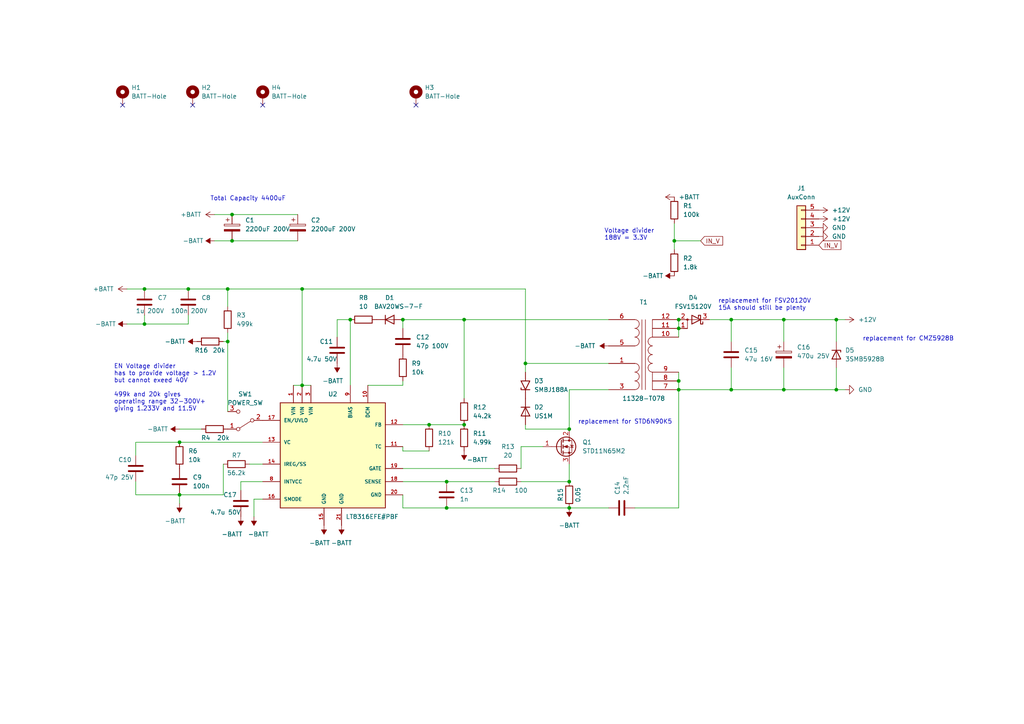
<source format=kicad_sch>
(kicad_sch (version 20230121) (generator eeschema)
  (paper "A4")
  (lib_symbols
    (symbol "Connector_Generic:Conn_01x05" (pin_names (offset 1.016) hide)
      (property "Reference" "J" (at 0 7.62 0))
      (property "Value" "Conn_01x05" (at 0 -7.62 0))
      (symbol "Conn_01x05_1_1"
        (rectangle (start -1.27 -4.953) (end 0 -5.207) (stroke (width 0.1524)))
        (rectangle (start -1.27 -2.413) (end 0 -2.667) (stroke (width 0.1524)))
        (rectangle (start -1.27 0.127) (end 0 -0.127) (stroke (width 0.1524)))
        (rectangle (start -1.27 2.667) (end 0 2.413) (stroke (width 0.1524)))
        (rectangle (start -1.27 5.207) (end 0 4.953) (stroke (width 0.1524)))
        (rectangle (start -1.27 6.35) (end 1.27 -6.35) (stroke (width 0.254)) (fill (type background)))
        (pin passive line (at -5.08 5.08 0) (length 3.81) (name "Pin_1") (number "1"))
        (pin passive line (at -5.08 2.54 0) (length 3.81) (name "Pin_2") (number "2"))
        (pin passive line (at -5.08 0 0) (length 3.81) (name "Pin_3") (number "3"))
        (pin passive line (at -5.08 -2.54 0) (length 3.81) (name "Pin_4") (number "4"))
        (pin passive line (at -5.08 -5.08 0) (length 3.81) (name "Pin_5") (number "5"))
      )
    )
    (symbol "Device:C" (pin_numbers hide) (pin_names (offset 0.254))
      (property "Reference" "C" (at 0.635 2.54 0))
      (property "Value" "C" (at 0.635 -2.54 0))
      (symbol "C_0_1"
        (polyline (pts (xy -2.032 -0.762) (xy 2.032 -0.762)) (stroke (width 0.508)))
        (polyline (pts (xy -2.032 0.762) (xy 2.032 0.762)) (stroke (width 0.508)))
      )
      (symbol "C_1_1"
        (pin passive line (at 0 3.81 270) (length 2.794) (name "~") (number "1"))
        (pin passive line (at 0 -3.81 90) (length 2.794) (name "~") (number "2"))
      )
    )
    (symbol "Device:C_Polarized" (pin_numbers hide) (pin_names (offset 0.254))
      (property "Reference" "C" (at 0.635 2.54 0))
      (property "Value" "C_Polarized" (at 0.635 -2.54 0))
      (symbol "C_Polarized_0_1"
        (rectangle (start -2.286 0.508) (end 2.286 1.016))
        (polyline (pts (xy -1.778 2.286) (xy -0.762 2.286)))
        (polyline (pts (xy -1.27 2.794) (xy -1.27 1.778)))
        (rectangle (start 2.286 -0.508) (end -2.286 -1.016) (fill (type outline)))
      )
      (symbol "C_Polarized_1_1"
        (pin passive line (at 0 3.81 270) (length 2.794) (name "~") (number "1"))
        (pin passive line (at 0 -3.81 90) (length 2.794) (name "~") (number "2"))
      )
    )
    (symbol "Device:D_Schottky_AAK" (pin_names (offset 0) hide)
      (property "Reference" "D" (at 0 2.54 0))
      (property "Value" "D_Schottky_AAK" (at 0 -2.54 0))
      (symbol "D_Schottky_AAK_0_1"
        (polyline (pts (xy 1.27 1.27) (xy 1.27 -1.27) (xy -1.27 0) (xy 1.27 1.27)) (stroke (width 0.254)))
        (polyline (pts (xy 3.81 2.54) (xy 2.54 2.54) (xy 2.54 0) (xy -1.27 0)))
        (polyline (pts (xy -1.905 0.635) (xy -1.905 1.27) (xy -1.27 1.27) (xy -1.27 -1.27) (xy -0.635 -1.27) (xy -0.635 -0.635)) (stroke (width 0.254)))
        (circle (center 2.54 0) (radius 0.254) (fill (type outline)))
      )
      (symbol "D_Schottky_AAK_1_1"
        (pin passive line (at 5.08 2.54 180) (length 2.54) (name "A") (number "1"))
        (pin passive line (at 5.08 0 180) (length 2.54) (name "A") (number "2"))
        (pin passive line (at -3.81 0 0) (length 2.54) (name "K") (number "3"))
      )
    )
    (symbol "Device:D_Zener" (pin_numbers hide) (pin_names (offset 1.016) hide)
      (property "Reference" "D" (at 0 2.54 0))
      (property "Value" "D_Zener" (at 0 -2.54 0))
      (symbol "D_Zener_0_1"
        (polyline (pts (xy 1.27 0) (xy -1.27 0)))
        (polyline (pts (xy -1.27 -1.27) (xy -1.27 1.27) (xy -0.762 1.27)) (stroke (width 0.254)))
        (polyline (pts (xy 1.27 -1.27) (xy 1.27 1.27) (xy -1.27 0) (xy 1.27 -1.27)) (stroke (width 0.254)))
      )
      (symbol "D_Zener_1_1"
        (pin passive line (at -3.81 0 0) (length 2.54) (name "K") (number "1"))
        (pin passive line (at 3.81 0 180) (length 2.54) (name "A") (number "2"))
      )
    )
    (symbol "Device:R" (pin_numbers hide) (pin_names (offset 0))
      (property "Reference" "R" (at 2.032 0 90))
      (property "Value" "R" (at 0 0 90))
      (symbol "R_0_1"
        (rectangle (start -1.016 -2.54) (end 1.016 2.54) (stroke (width 0.254)))
      )
      (symbol "R_1_1"
        (pin passive line (at 0 3.81 270) (length 1.27) (name "~") (number "1"))
        (pin passive line (at 0 -3.81 90) (length 1.27) (name "~") (number "2"))
      )
    )
    (symbol "Diode:BAV20" (pin_numbers hide) (pin_names hide)
      (property "Reference" "D" (at 0 2.54 0))
      (property "Value" "BAV20" (at 0 -2.54 0))
      (symbol "BAV20_0_1"
        (polyline (pts (xy -1.27 1.27) (xy -1.27 -1.27)) (stroke (width 0.254)))
        (polyline (pts (xy 1.27 0) (xy -1.27 0)))
        (polyline (pts (xy 1.27 1.27) (xy 1.27 -1.27) (xy -1.27 0) (xy 1.27 1.27)) (stroke (width 0.254)))
      )
      (symbol "BAV20_1_1"
        (pin passive line (at -3.81 0 0) (length 2.54) (name "K") (number "1"))
        (pin passive line (at 3.81 0 180) (length 2.54) (name "A") (number "2"))
      )
    )
    (symbol "Diode:SM6T6V8A" (pin_numbers hide) (pin_names (offset 1.016) hide)
      (property "Reference" "D" (at 0 2.54 0))
      (property "Value" "SM6T6V8A" (at 0 -2.54 0))
      (symbol "SM6T6V8A_0_1"
        (polyline (pts (xy -0.762 1.27) (xy -1.27 1.27) (xy -1.27 -1.27)) (stroke (width 0.254)))
        (polyline (pts (xy 1.27 1.27) (xy 1.27 -1.27) (xy -1.27 0) (xy 1.27 1.27)) (stroke (width 0.254)))
      )
      (symbol "SM6T6V8A_1_1"
        (pin passive line (at -3.81 0 0) (length 2.54) (name "A1") (number "1"))
        (pin passive line (at 3.81 0 180) (length 2.54) (name "A2") (number "2"))
      )
    )
    (symbol "Diode:US1M" (pin_numbers hide) (pin_names hide)
      (property "Reference" "D" (at 0 2.54 0))
      (property "Value" "US1M" (at 0 -2.54 0))
      (symbol "US1M_0_1"
        (polyline (pts (xy -1.27 1.27) (xy -1.27 -1.27)) (stroke (width 0.254)))
        (polyline (pts (xy 1.27 0) (xy -1.27 0)))
        (polyline (pts (xy 1.27 1.27) (xy 1.27 -1.27) (xy -1.27 0) (xy 1.27 1.27)) (stroke (width 0.254)))
      )
      (symbol "US1M_1_1"
        (pin passive line (at -3.81 0 0) (length 2.54) (name "K") (number "1"))
        (pin passive line (at 3.81 0 180) (length 2.54) (name "A") (number "2"))
      )
    )
    (symbol "GigaESCSymbols:LT8316EFE#PBF" (pin_names (offset 1.016))
      (property "Reference" "U" (at -15.24 16.002 0))
      (property "Value" "LT8316EFE#PBF" (at 8.89 -19.05 0))
      (symbol "LT8316EFE#PBF_0_0"
        (rectangle (start -15.24 -15.24) (end 15.24 15.24) (stroke (width 0.254)) (fill (type background)))
        (pin input line (at -11.43 20.32 270) (length 5.08) (name "VIN") (number "1"))
        (pin input line (at 10.16 20.32 270) (length 5.08) (name "DCM") (number "10"))
        (pin passive line (at 20.32 2.54 180) (length 5.08) (name "TC") (number "11"))
        (pin input line (at 20.32 8.89 180) (length 5.08) (name "FB") (number "12"))
        (pin passive line (at -20.32 3.81 0) (length 5.08) (name "VC") (number "13"))
        (pin bidirectional line (at -20.32 -2.54 0) (length 5.08) (name "IREG/SS") (number "14"))
        (pin power_in line (at -2.54 -20.32 90) (length 5.08) (name "GND") (number "15"))
        (pin input line (at -20.32 -12.7 0) (length 5.08) (name "SMODE") (number "16"))
        (pin input line (at -20.32 10.16 0) (length 5.08) (name "EN/UVLO") (number "17"))
        (pin input line (at 20.32 -7.62 180) (length 5.08) (name "SENSE") (number "18"))
        (pin output line (at 20.32 -3.81 180) (length 5.08) (name "GATE") (number "19"))
        (pin input line (at -8.89 20.32 270) (length 5.08) (name "VIN") (number "2"))
        (pin power_in line (at 20.32 -11.43 180) (length 5.08) (name "GND") (number "20"))
        (pin power_in line (at 2.54 -20.32 90) (length 5.08) (name "GND") (number "21"))
        (pin input line (at -6.35 20.32 270) (length 5.08) (name "VIN") (number "3"))
        (pin output line (at -20.32 -7.62 0) (length 5.08) (name "INTVCC") (number "8"))
        (pin input line (at 5.08 20.32 270) (length 5.08) (name "BIAS") (number "9"))
      )
    )
    (symbol "GigaESCSymbols:Transformer_11328-T078" (pin_names (offset 1.016) hide)
      (property "Reference" "T" (at 0 12.7 0))
      (property "Value" "Transformer_11328-T078" (at 0 -13.97 0))
      (symbol "Transformer_11328-T078_0_1"
        (arc (start -2.54 -10.1346) (mid -1.6599 -9.7701) (end -1.2954 -8.89))
        (arc (start -2.54 -7.5946) (mid -1.6599 -7.2301) (end -1.2954 -6.35))
        (arc (start -2.54 -5.0546) (mid -1.6599 -4.6901) (end -1.2954 -3.81))
        (arc (start -2.54 2.5654) (mid -1.6599 2.9299) (end -1.2954 3.81))
        (arc (start -2.54 5.1054) (mid -1.6599 5.4699) (end -1.2954 6.35))
        (arc (start -2.54 7.6454) (mid -1.6599 8.0099) (end -1.2954 8.89))
        (arc (start -1.2954 -8.89) (mid -1.6457 -7.9883) (end -2.54 -7.62))
        (arc (start -1.2954 -6.35) (mid -1.6457 -5.4483) (end -2.54 -5.08))
        (arc (start -1.2954 -3.81) (mid -1.6457 -2.9083) (end -2.54 -2.54))
        (arc (start -1.2954 3.81) (mid -1.6457 4.7117) (end -2.54 5.08))
        (arc (start -1.2954 6.35) (mid -1.6457 7.2517) (end -2.54 7.62))
        (arc (start -1.2954 8.89) (mid -1.6457 9.7917) (end -2.54 10.16))
        (polyline (pts (xy -0.508 -10.16) (xy -0.508 10.16)))
        (polyline (pts (xy 0.508 10.16) (xy 0.508 -10.16)))
        (polyline (pts (xy 2.54 -5.08) (xy 2.54 -10.16)))
        (polyline (pts (xy 2.54 5.08) (xy 2.54 10.16)))
        (arc (start 1.2699 -3.8099) (mid 1.6559 -4.6863) (end 2.5399 -5.0545))
        (arc (start 1.2699 -1.2699) (mid 1.6559 -2.1463) (end 2.5399 -2.5145))
        (arc (start 1.2699 1.2701) (mid 1.6559 0.3937) (end 2.5399 0.0255))
        (arc (start 1.2699 3.8101) (mid 1.6559 2.9337) (end 2.5399 2.5655))
        (arc (start 2.5399 -2.5399) (mid 1.6419 -2.9119) (end 1.2699 -3.8099))
        (arc (start 2.5399 0.0001) (mid 1.6419 -0.3719) (end 1.2699 -1.2699))
        (arc (start 2.5399 2.5401) (mid 1.6419 2.1681) (end 1.2699 1.2701))
        (arc (start 2.5399 5.0801) (mid 1.6419 4.7081) (end 1.2699 3.8101))
      )
      (symbol "Transformer_11328-T078_1_1"
        (pin passive line (at -10.16 -2.54 0) (length 7.62) (name "IN+") (number "1"))
        (pin passive line (at 10.16 5.08 180) (length 7.62) (name "PM") (number "10"))
        (pin passive line (at 10.16 7.62 180) (length 7.62) (name "PM") (number "11"))
        (pin passive line (at 10.16 10.16 180) (length 7.62) (name "PM") (number "12"))
        (pin passive line (at -10.16 -10.16 0) (length 7.62) (name "IN-") (number "3"))
        (pin passive line (at -10.16 2.54 0) (length 7.62) (name "OUT1B") (number "5"))
        (pin passive line (at -10.16 10.16 0) (length 7.62) (name "OUT2A") (number "6"))
        (pin passive line (at 10.16 -10.16 180) (length 7.62) (name "OUT2B") (number "7"))
        (pin passive line (at 10.16 -7.62 180) (length 7.62) (name "PM") (number "8"))
        (pin passive line (at 10.16 -5.08 180) (length 7.62) (name "PM") (number "9"))
      )
    )
    (symbol "Mechanical:MountingHole_Pad" (pin_numbers hide) (pin_names (offset 1.016) hide)
      (property "Reference" "H" (at 0 6.35 0))
      (property "Value" "MountingHole_Pad" (at 0 4.445 0))
      (symbol "MountingHole_Pad_0_1"
        (circle (center 0 1.27) (radius 1.27) (stroke (width 1.27)))
      )
      (symbol "MountingHole_Pad_1_1"
        (pin input line (at 0 -2.54 90) (length 2.54) (name "1") (number "1"))
      )
    )
    (symbol "Switch:SW_SPDT" (pin_names (offset 0) hide)
      (property "Reference" "SW" (at 0 4.318 0))
      (property "Value" "SW_SPDT" (at 0 -5.08 0))
      (symbol "SW_SPDT_0_0"
        (circle (center -2.032 0) (radius 0.508))
        (circle (center 2.032 -2.54) (radius 0.508))
      )
      (symbol "SW_SPDT_0_1"
        (polyline (pts (xy -1.524 0.254) (xy 1.651 2.286)))
        (circle (center 2.032 2.54) (radius 0.508))
      )
      (symbol "SW_SPDT_1_1"
        (pin passive line (at 5.08 2.54 180) (length 2.54) (name "A") (number "1"))
        (pin passive line (at -5.08 0 0) (length 2.54) (name "B") (number "2"))
        (pin passive line (at 5.08 -2.54 180) (length 2.54) (name "C") (number "3"))
      )
    )
    (symbol "Transistor_FET:STD7NK40Z" (pin_names hide)
      (property "Reference" "Q" (at 5.08 1.905 0))
      (property "Value" "STD7NK40Z" (at 5.08 0 0))
      (symbol "STD7NK40Z_0_1"
        (polyline (pts (xy 0.254 0) (xy -2.54 0)))
        (polyline (pts (xy 0.254 1.905) (xy 0.254 -1.905)) (stroke (width 0.254)))
        (polyline (pts (xy 0.762 -1.27) (xy 0.762 -2.286)) (stroke (width 0.254)))
        (polyline (pts (xy 0.762 0.508) (xy 0.762 -0.508)) (stroke (width 0.254)))
        (polyline (pts (xy 0.762 2.286) (xy 0.762 1.27)) (stroke (width 0.254)))
        (polyline (pts (xy 2.54 2.54) (xy 2.54 1.778)))
        (polyline (pts (xy 2.54 -2.54) (xy 2.54 0) (xy 0.762 0)))
        (polyline (pts (xy 0.762 -1.778) (xy 3.302 -1.778) (xy 3.302 1.778) (xy 0.762 1.778)))
        (polyline (pts (xy 1.016 0) (xy 2.032 0.381) (xy 2.032 -0.381) (xy 1.016 0)) (fill (type outline)))
        (polyline (pts (xy 2.794 0.508) (xy 2.921 0.381) (xy 3.683 0.381) (xy 3.81 0.254)))
        (polyline (pts (xy 3.302 0.381) (xy 2.921 -0.254) (xy 3.683 -0.254) (xy 3.302 0.381)))
        (circle (center 1.651 0) (radius 2.794) (stroke (width 0.254)))
        (circle (center 2.54 -1.778) (radius 0.254) (fill (type outline)))
        (circle (center 2.54 1.778) (radius 0.254) (fill (type outline)))
      )
      (symbol "STD7NK40Z_1_1"
        (pin passive line (at -5.08 0 0) (length 2.54) (name "G") (number "1"))
        (pin passive line (at 2.54 5.08 270) (length 2.54) (name "D") (number "2"))
        (pin passive line (at 2.54 -5.08 90) (length 2.54) (name "S") (number "3"))
      )
    )
    (symbol "power:+12V" (power) (pin_names (offset 0))
      (property "Value" "+12V" (at 0 3.556 0))
      (symbol "+12V_0_1"
        (polyline (pts (xy -0.762 1.27) (xy 0 2.54)))
        (polyline (pts (xy 0 0) (xy 0 2.54)))
        (polyline (pts (xy 0 2.54) (xy 0.762 1.27)))
      )
      (symbol "+12V_1_1"
        (pin power_in line (at 0 0 90) (length 0) hide (name "+12V") (number "1"))
      )
    )
    (symbol "power:+BATT" (power) (pin_names (offset 0))
      (property "Value" "+BATT" (at 0 3.556 0))
      (symbol "+BATT_0_1"
        (polyline (pts (xy -0.762 1.27) (xy 0 2.54)))
        (polyline (pts (xy 0 0) (xy 0 2.54)))
        (polyline (pts (xy 0 2.54) (xy 0.762 1.27)))
      )
      (symbol "+BATT_1_1"
        (pin power_in line (at 0 0 90) (length 0) hide (name "+BATT") (number "1"))
      )
    )
    (symbol "power:-BATT" (power) (pin_names (offset 0))
      (property "Value" "-BATT" (at 0 3.556 0))
      (symbol "-BATT_0_1"
        (polyline (pts (xy 0 0) (xy 0 2.54)))
        (polyline (pts (xy 0.762 1.27) (xy -0.762 1.27) (xy 0 2.54) (xy 0.762 1.27)) (fill (type outline)))
      )
      (symbol "-BATT_1_1"
        (pin power_in line (at 0 0 90) (length 0) hide (name "-BATT") (number "1"))
      )
    )
    (symbol "power:GND" (power) (pin_names (offset 0))
      (property "Value" "GND" (at 0 -3.81 0))
      (symbol "GND_0_1"
        (polyline (pts (xy 0 0) (xy 0 -1.27) (xy 1.27 -1.27) (xy 0 -2.54) (xy -1.27 -1.27) (xy 0 -1.27)))
      )
      (symbol "GND_1_1"
        (pin power_in line (at 0 0 270) (length 0) hide (name "GND") (number "1"))
      )
    )
  )
  (junction (at 134.62 123.19))
  (junction (at 87.63 111.76))
  (junction (at 196.85 113.03))
  (junction (at 152.4 105.41))
  (junction (at 195.58 69.85))
  (junction (at 165.1 124.46))
  (junction (at 41.91 83.82))
  (junction (at 196.85 110.49))
  (junction (at 124.46 123.19))
  (junction (at 66.04 83.82))
  (junction (at 67.31 69.85))
  (junction (at 242.57 113.03))
  (junction (at 67.31 62.23))
  (junction (at 227.33 92.71))
  (junction (at 116.84 92.71))
  (junction (at 41.91 93.98))
  (junction (at 129.54 139.7))
  (junction (at 87.63 83.82))
  (junction (at 196.85 92.71))
  (junction (at 165.1 139.7))
  (junction (at 52.07 143.51))
  (junction (at 212.09 113.03))
  (junction (at 134.62 92.71))
  (junction (at 165.1 147.32))
  (junction (at 54.61 83.82))
  (junction (at 52.07 128.27))
  (junction (at 242.57 92.71))
  (junction (at 129.54 147.32))
  (junction (at 66.04 99.06))
  (junction (at 196.85 95.25))
  (junction (at 212.09 92.71))
  (junction (at 101.6 92.71))
  (junction (at 227.33 113.03))
  (no_connect (at 35.56 30.48))
  (no_connect (at 55.88 30.48))
  (no_connect (at 120.65 30.48))
  (no_connect (at 76.2 30.48))
  (wire (pts (xy 116.84 147.32) (xy 129.54 147.32)))
  (wire (pts (xy 66.04 99.06) (xy 66.04 119.38)))
  (wire (pts (xy 62.23 69.85) (xy 67.31 69.85)))
  (wire (pts (xy 129.54 147.32) (xy 165.1 147.32)))
  (wire (pts (xy 52.07 124.46) (xy 58.42 124.46)))
  (wire (pts (xy 41.91 93.98) (xy 54.61 93.98)))
  (wire (pts (xy 196.85 147.32) (xy 184.15 147.32)))
  (wire (pts (xy 101.6 92.71) (xy 97.79 92.71)))
  (wire (pts (xy 116.84 123.19) (xy 124.46 123.19)))
  (wire (pts (xy 134.62 115.57) (xy 134.62 92.71)))
  (wire (pts (xy 52.07 128.27) (xy 39.37 128.27)))
  (wire (pts (xy 176.53 113.03) (xy 165.1 113.03)))
  (wire (pts (xy 151.13 139.7) (xy 165.1 139.7)))
  (wire (pts (xy 152.4 83.82) (xy 152.4 105.41)))
  (wire (pts (xy 196.85 107.95) (xy 196.85 110.49)))
  (wire (pts (xy 64.77 143.51) (xy 52.07 143.51)))
  (wire (pts (xy 116.84 139.7) (xy 129.54 139.7)))
  (wire (pts (xy 67.31 62.23) (xy 86.36 62.23)))
  (wire (pts (xy 67.31 69.85) (xy 86.36 69.85)))
  (wire (pts (xy 116.84 135.89) (xy 143.51 135.89)))
  (wire (pts (xy 205.74 92.71) (xy 212.09 92.71)))
  (wire (pts (xy 116.84 95.25) (xy 116.84 92.71)))
  (wire (pts (xy 196.85 110.49) (xy 196.85 113.03)))
  (wire (pts (xy 73.66 144.78) (xy 76.2 144.78)))
  (wire (pts (xy 101.6 111.76) (xy 101.6 92.71)))
  (wire (pts (xy 41.91 91.44) (xy 41.91 93.98)))
  (wire (pts (xy 165.1 134.62) (xy 165.1 139.7)))
  (wire (pts (xy 85.09 111.76) (xy 87.63 111.76)))
  (wire (pts (xy 39.37 143.51) (xy 52.07 143.51)))
  (wire (pts (xy 36.83 93.98) (xy 41.91 93.98)))
  (wire (pts (xy 39.37 139.7) (xy 39.37 143.51)))
  (wire (pts (xy 151.13 129.54) (xy 157.48 129.54)))
  (wire (pts (xy 242.57 113.03) (xy 245.11 113.03)))
  (wire (pts (xy 73.66 149.86) (xy 73.66 144.78)))
  (wire (pts (xy 195.58 64.77) (xy 195.58 69.85)))
  (wire (pts (xy 152.4 124.46) (xy 152.4 123.19)))
  (wire (pts (xy 87.63 83.82) (xy 87.63 111.76)))
  (wire (pts (xy 212.09 99.06) (xy 212.09 92.71)))
  (wire (pts (xy 64.77 134.62) (xy 64.77 143.51)))
  (wire (pts (xy 195.58 69.85) (xy 203.2 69.85)))
  (wire (pts (xy 227.33 113.03) (xy 212.09 113.03)))
  (wire (pts (xy 52.07 128.27) (xy 76.2 128.27)))
  (wire (pts (xy 97.79 92.71) (xy 97.79 97.79)))
  (wire (pts (xy 165.1 147.32) (xy 176.53 147.32)))
  (wire (pts (xy 62.23 62.23) (xy 67.31 62.23)))
  (wire (pts (xy 242.57 92.71) (xy 227.33 92.71)))
  (wire (pts (xy 152.4 105.41) (xy 152.4 107.95)))
  (wire (pts (xy 36.83 83.82) (xy 41.91 83.82)))
  (wire (pts (xy 212.09 113.03) (xy 196.85 113.03)))
  (wire (pts (xy 242.57 99.06) (xy 242.57 92.71)))
  (wire (pts (xy 87.63 83.82) (xy 152.4 83.82)))
  (wire (pts (xy 66.04 96.52) (xy 66.04 99.06)))
  (wire (pts (xy 134.62 92.71) (xy 176.53 92.71)))
  (wire (pts (xy 196.85 113.03) (xy 196.85 147.32)))
  (wire (pts (xy 52.07 143.51) (xy 52.07 146.05)))
  (wire (pts (xy 87.63 111.76) (xy 90.17 111.76)))
  (wire (pts (xy 69.85 139.7) (xy 69.85 142.24)))
  (wire (pts (xy 129.54 139.7) (xy 143.51 139.7)))
  (wire (pts (xy 124.46 123.19) (xy 134.62 123.19)))
  (wire (pts (xy 39.37 128.27) (xy 39.37 132.08)))
  (wire (pts (xy 151.13 135.89) (xy 151.13 129.54)))
  (wire (pts (xy 165.1 113.03) (xy 165.1 124.46)))
  (wire (pts (xy 66.04 83.82) (xy 54.61 83.82)))
  (wire (pts (xy 196.85 92.71) (xy 196.85 95.25)))
  (wire (pts (xy 212.09 106.68) (xy 212.09 113.03)))
  (wire (pts (xy 227.33 92.71) (xy 212.09 92.71)))
  (wire (pts (xy 195.58 69.85) (xy 195.58 72.39)))
  (wire (pts (xy 41.91 83.82) (xy 54.61 83.82)))
  (wire (pts (xy 134.62 92.71) (xy 116.84 92.71)))
  (wire (pts (xy 227.33 99.06) (xy 227.33 92.71)))
  (wire (pts (xy 242.57 106.68) (xy 242.57 113.03)))
  (wire (pts (xy 242.57 92.71) (xy 245.11 92.71)))
  (wire (pts (xy 72.39 134.62) (xy 76.2 134.62)))
  (wire (pts (xy 106.68 111.76) (xy 116.84 111.76)))
  (wire (pts (xy 66.04 83.82) (xy 87.63 83.82)))
  (wire (pts (xy 66.04 88.9) (xy 66.04 83.82)))
  (wire (pts (xy 116.84 129.54) (xy 116.84 130.81)))
  (wire (pts (xy 165.1 124.46) (xy 152.4 124.46)))
  (wire (pts (xy 116.84 143.51) (xy 116.84 147.32)))
  (wire (pts (xy 176.53 105.41) (xy 152.4 105.41)))
  (wire (pts (xy 76.2 139.7) (xy 69.85 139.7)))
  (wire (pts (xy 116.84 130.81) (xy 124.46 130.81)))
  (wire (pts (xy 242.57 113.03) (xy 227.33 113.03)))
  (wire (pts (xy 54.61 93.98) (xy 54.61 91.44)))
  (wire (pts (xy 116.84 110.49) (xy 116.84 111.76)))
  (wire (pts (xy 196.85 95.25) (xy 196.85 97.79)))
  (wire (pts (xy 64.77 99.06) (xy 66.04 99.06)))
  (wire (pts (xy 227.33 106.68) (xy 227.33 113.03)))
  (text "replacement for FSV20120V\n15A should still be plenty" (at 208.28 90.17 0) (effects (font (size 1.27 1.27)) (justify left bottom)))
  (text "replacement for STD6N90K5" (at 167.64 123.19 0) (effects (font (size 1.27 1.27)) (justify left bottom)))
  (text "EN Voltage divider \nhas to provide voltage > 1.2V\nbut cannot exeed 40V\n\n499k and 20k gives \noperating range 32-300V+\ngiving 1.233V and 11.5V" (at 33.02 119.38 0) (effects (font (size 1.27 1.27)) (justify left bottom)))
  (text "Total Capacity 4400uF" (at 60.96 58.42 0) (effects (font (size 1.27 1.27)) (justify left bottom)))
  (text "Voltage divider\n188V = 3.3V" (at 175.26 69.85 0) (effects (font (size 1.27 1.27)) (justify left bottom)))
  (text "replacement for CMZ5928B" (at 250.19 99.06 0) (effects (font (size 1.27 1.27)) (justify left bottom)))
  (global_label "IN_V" (shape input) (at 203.2 69.85 0) (property "Intersheetrefs" "${INTERSHEET_REFS}" (effects hide)))
  (global_label "IN_V" (shape input) (at 237.49 71.12 0) (property "Intersheetrefs" "${INTERSHEET_REFS}" (effects hide)))
  (symbol (lib_id "Diode:BAV20") (at 113.03 92.71 0) (unit 1)
    (property "Reference" "D1" (at 113.03 86.36 0))
    (property "Value" "BAV20WS-7-F" (at 115.57 88.9 0))
    (property "Footprint" "Diode_SMD:D_SOD-323" (effects hide))
    (property "Datasheet" "http://www.vishay.com/docs/85543/bav17.pdf" (effects hide))
    (property "Sim.Device" "D" (effects hide))
    (property "Sim.Pins" "1=K 2=A" (effects hide))
    (property "MPN" "C151448" (effects hide))
    (property "Mouser" "621-BAV20WS-F" (effects hide))
  )
  (symbol (lib_id "power:+12V") (at 237.49 60.96 270) (unit 1)
    (property "Reference" "#PWR024" (effects hide))
    (property "Value" "+12V" (at 241.3 60.96 90) (effects (justify left)))
  )
  (symbol (lib_id "power:+BATT") (at 195.58 57.15 90) (unit 1)
    (property "Reference" "#PWR04" (effects hide))
    (property "Value" "+BATT" (at 196.85 57.15 90) (effects (justify right)))
  )
  (symbol (lib_id "Device:R") (at 105.41 92.71 90) (unit 1)
    (property "Reference" "R8" (at 105.41 86.36 90))
    (property "Value" "10" (at 105.41 88.9 90))
    (property "Footprint" "Resistor_SMD:R_0603_1608Metric" (effects hide))
    (property "MPN" "C22859" (effects hide))
    (property "Mouser" "603-AF0603FR-0710RL" (effects hide))
  )
  (symbol (lib_id "Device:R") (at 62.23 124.46 90) (unit 1)
    (property "Reference" "R4" (at 59.69 127 90))
    (property "Value" "20k" (at 64.77 127 90))
    (property "Footprint" "Resistor_SMD:R_0805_2012Metric" (effects hide))
    (property "MPN" "C4328" (effects hide))
    (property "Mouser" "71-CRCW080520K0FKEB" (effects hide))
  )
  (symbol (lib_id "power:-BATT") (at 62.23 69.85 90) (unit 1)
    (property "Reference" "#PWR02" (effects hide))
    (property "Value" "-BATT" (at 59.055 69.85 90) (effects (justify left)))
  )
  (symbol (lib_id "power:+12V") (at 237.49 63.5 270) (unit 1)
    (property "Reference" "#PWR08" (effects hide))
    (property "Value" "+12V" (at 241.3 63.5 90) (effects (justify left)))
  )
  (symbol (lib_id "Diode:SM6T6V8A") (at 152.4 111.76 90) (unit 1)
    (property "Reference" "D3" (at 154.94 110.49 90) (effects (justify right)))
    (property "Value" "SMBJ188A" (at 154.94 113.03 90) (effects (justify right)))
    (property "Footprint" "Diode_SMD:D_SMB" (effects hide))
    (property "Datasheet" "https://www.st.com/resource/en/datasheet/sm6t.pdf" (effects hide))
    (property "MPN" "C908808" (effects hide))
    (property "Mouser" "576-SMBJ188A" (effects hide))
  )
  (symbol (lib_id "Device:R") (at 147.32 135.89 90) (unit 1)
    (property "Reference" "R13" (at 147.32 129.54 90))
    (property "Value" "20" (at 147.32 132.08 90))
    (property "Footprint" "Resistor_SMD:R_0805_2012Metric" (effects hide))
    (property "MPN" "C17544" (effects hide))
    (property "Mouser" "71-CRCW080520R0FKEAC" (effects hide))
  )
  (symbol (lib_id "Diode:US1M") (at 152.4 119.38 270) (unit 1)
    (property "Reference" "D2" (at 154.94 118.11 90) (effects (justify left)))
    (property "Value" "US1M" (at 154.94 120.65 90) (effects (justify left)))
    (property "Footprint" "Diode_SMD:D_SMA" (effects hide))
    (property "Datasheet" "https://www.diodes.com/assets/Datasheets/ds16008.pdf" (effects hide))
    (property "Sim.Device" "D" (effects hide))
    (property "Sim.Pins" "1=K 2=A" (effects hide))
    (property "MPN" "C412437" (effects hide))
    (property "Mouser" "78-US1M-M35AT" (effects hide))
  )
  (symbol (lib_id "power:-BATT") (at 52.07 146.05 180) (unit 1)
    (property "Reference" "#PWR018" (effects hide))
    (property "Value" "-BATT" (at 50.8 151.13 0))
  )
  (symbol (lib_id "Device:R") (at 165.1 143.51 180) (unit 1)
    (property "Reference" "R15" (at 162.56 143.51 90))
    (property "Value" "0.05" (at 167.64 143.51 90))
    (property "Footprint" "Resistor_SMD:R_2512_6332Metric" (effects hide))
    (property "MPN" "C2874774" (effects hide))
    (property "Mouser" "708-CSM2512FT50L0" (effects hide))
  )
  (symbol (lib_id "power:-BATT") (at 176.53 100.33 90) (unit 1)
    (property "Reference" "#PWR021" (effects hide))
    (property "Value" "-BATT" (at 172.72 100.33 90) (effects (justify left)))
  )
  (symbol (lib_id "Device:C") (at 212.09 102.87 0) (unit 1)
    (property "Reference" "C15" (at 215.9 101.6 0) (effects (justify left)))
    (property "Value" "47u 16V" (at 215.9 104.14 0) (effects (justify left)))
    (property "Footprint" "Capacitor_SMD:C_1210_3225Metric" (effects hide))
    (property "Mouser" "81-GRM32EC81C476KE5K" (effects hide))
  )
  (symbol (lib_id "power:-BATT") (at 99.06 152.4 180) (unit 1)
    (property "Reference" "#PWR017" (effects hide))
    (property "Value" "-BATT" (at 99.06 157.48 0))
  )
  (symbol (lib_id "Device:R") (at 68.58 134.62 90) (unit 1)
    (property "Reference" "R7" (at 68.58 132.08 90))
    (property "Value" "56.2k" (at 68.58 137.16 90))
    (property "Footprint" "Resistor_SMD:R_0603_1608Metric" (effects hide))
    (property "MPN" "C2930117" (effects hide))
    (property "Mouser" "652-CR0603FX-5622ELF" (effects hide))
  )
  (symbol (lib_id "Device:D_Schottky_AAK") (at 201.93 92.71 180) (unit 1)
    (property "Reference" "D4" (at 201.041 86.36 0))
    (property "Value" "FSV15120V" (at 201.041 88.9 0))
    (property "Footprint" "Package_TO_SOT_SMD:TO-277A" (effects hide))
    (property "MPN" "C463273" (effects hide))
    (property "Mouser" "512-FSV15120V" (effects hide))
  )
  (symbol (lib_id "power:-BATT") (at 97.79 105.41 180) (unit 1)
    (property "Reference" "#PWR019" (effects hide))
    (property "Value" "-BATT" (at 96.52 110.49 0))
  )
  (symbol (lib_id "Device:C") (at 97.79 101.6 0) (unit 1)
    (property "Reference" "C11" (at 92.71 99.06 0) (effects (justify left)))
    (property "Value" "4.7u 50V" (at 88.9 104.14 0) (effects (justify left)))
    (property "Footprint" "Capacitor_SMD:C_1206_3216Metric" (effects hide))
    (property "MPN" "C29823" (effects hide))
    (property "Mouser" "963-UMK316AB7475ML-T" (effects hide))
  )
  (symbol (lib_id "Device:R") (at 60.96 99.06 90) (unit 1)
    (property "Reference" "R16" (at 58.42 101.6 90))
    (property "Value" "20k" (at 63.5 101.6 90))
    (property "Footprint" "Resistor_SMD:R_0805_2012Metric" (effects hide))
    (property "MPN" "C4328" (effects hide))
    (property "Mouser" "71-CRCW080520K0FKEB" (effects hide))
  )
  (symbol (lib_id "Mechanical:MountingHole_Pad") (at 55.88 27.94 0) (unit 1)
    (property "Reference" "H2" (at 58.42 25.4 0) (effects (justify left)))
    (property "Value" "BATT-Hole" (at 58.42 27.94 0) (effects (justify left)))
    (property "Footprint" "MountingHole:MountingHole_3.2mm_M3" (effects hide))
  )
  (symbol (lib_id "Device:C_Polarized") (at 86.36 66.04 0) (unit 1)
    (property "Reference" "C2" (at 90.17 63.881 0) (effects (justify left)))
    (property "Value" "2200uF 200V" (at 90.17 66.421 0) (effects (justify left)))
    (property "Footprint" "Capacitor_THT:CP_Radial_D30.0mm_P10.00mm_SnapIn" (effects hide))
    (property "Mouser" "661-EKMR201VS222MR50" (effects hide))
  )
  (symbol (lib_id "Device:R") (at 134.62 127 0) (unit 1)
    (property "Reference" "R11" (at 137.16 125.73 0) (effects (justify left)))
    (property "Value" "4.99k" (at 137.16 128.27 0) (effects (justify left)))
    (property "Footprint" "Resistor_SMD:R_0805_2012Metric" (effects hide))
    (property "MPN" "C17677" (effects hide))
    (property "Mouser" "667-ERJ-6ENF4991V" (effects hide))
  )
  (symbol (lib_id "Device:D_Zener") (at 242.57 102.87 270) (unit 1)
    (property "Reference" "D5" (at 245.11 101.6 90) (effects (justify left)))
    (property "Value" "3SMB5928B" (at 245.11 104.14 90) (effects (justify left)))
    (property "Footprint" "Diode_SMD:D_SMB" (effects hide))
    (property "MPN" "C2983224" (effects hide))
    (property "Mouser" "821-1SMB5928" (effects hide))
  )
  (symbol (lib_id "power:+BATT") (at 62.23 62.23 90) (unit 1)
    (property "Reference" "#PWR01" (effects hide))
    (property "Value" "+BATT" (at 58.42 62.23 90) (effects (justify left)))
  )
  (symbol (lib_id "Device:C") (at 129.54 143.51 0) (unit 1)
    (property "Reference" "C13" (at 133.35 142.24 0) (effects (justify left)))
    (property "Value" "1n" (at 133.35 144.78 0) (effects (justify left)))
    (property "Footprint" "Capacitor_SMD:C_0603_1608Metric" (effects hide))
    (property "MPN" "C1588" (effects hide))
    (property "Mouser" "80-C0603C102K5R7081" (effects hide))
  )
  (symbol (lib_id "power:+BATT") (at 36.83 83.82 90) (unit 1)
    (property "Reference" "#PWR014" (effects hide))
    (property "Value" "+BATT" (at 33.02 83.82 90) (effects (justify left)))
  )
  (symbol (lib_id "Device:C") (at 52.07 139.7 0) (unit 1)
    (property "Reference" "C9" (at 55.88 138.43 0) (effects (justify left)))
    (property "Value" "100n" (at 55.88 140.97 0) (effects (justify left)))
    (property "Footprint" "Capacitor_SMD:C_0805_2012Metric" (effects hide))
    (property "MPN" "C28233" (effects hide))
    (property "Mouser" "581-08055C104KAT4A" (effects hide))
  )
  (symbol (lib_id "power:-BATT") (at 57.15 99.06 90) (unit 1)
    (property "Reference" "#PWR023" (effects hide))
    (property "Value" "-BATT" (at 50.8 99.06 90))
  )
  (symbol (lib_id "Device:R") (at 116.84 106.68 0) (unit 1)
    (property "Reference" "R9" (at 119.38 105.41 0) (effects (justify left)))
    (property "Value" "10k" (at 119.38 107.95 0) (effects (justify left)))
    (property "Footprint" "Resistor_SMD:R_0603_1608Metric" (effects hide))
    (property "MPN" "C25804" (effects hide))
    (property "Mouser" "756-WCR0603-10KFI" (effects hide))
  )
  (symbol (lib_id "Device:R") (at 195.58 60.96 0) (unit 1)
    (property "Reference" "R1" (at 198.12 59.69 0) (effects (justify left)))
    (property "Value" "100k" (at 198.12 62.23 0) (effects (justify left)))
    (property "Footprint" "Resistor_SMD:R_0805_2012Metric" (effects hide))
    (property "MPN" "C149504" (effects hide))
    (property "Mouser" "603-RC0805FR-07100KL" (effects hide))
  )
  (symbol (lib_id "Mechanical:MountingHole_Pad") (at 76.2 27.94 0) (unit 1)
    (property "Reference" "H4" (at 78.74 25.4 0) (effects (justify left)))
    (property "Value" "BATT-Hole" (at 78.74 27.94 0) (effects (justify left)))
    (property "Footprint" "MountingHole:MountingHole_3.2mm_M3" (effects hide))
  )
  (symbol (lib_id "GigaESCSymbols:Transformer_11328-T078") (at 186.69 102.87 0) (unit 1)
    (property "Reference" "T1" (at 186.69 87.63 0))
    (property "Value" "11328-T078" (at 186.69 115.57 0))
    (property "Footprint" "GigaVescLibs:PQ2620" (effects hide))
    (property "Mouser" "851-11328-T078" (effects hide))
  )
  (symbol (lib_id "Device:R") (at 134.62 119.38 0) (unit 1)
    (property "Reference" "R12" (at 137.16 118.11 0) (effects (justify left)))
    (property "Value" "44.2k" (at 137.16 120.65 0) (effects (justify left)))
    (property "Footprint" "Resistor_SMD:R_0805_2012Metric" (effects hide))
    (property "MPN" "C2960780" (effects hide))
    (property "Mouser" "603-RC0805FR-0744K2L" (effects hide))
  )
  (symbol (lib_id "Device:R") (at 195.58 76.2 0) (unit 1)
    (property "Reference" "R2" (at 198.12 74.93 0) (effects (justify left)))
    (property "Value" "1.8k" (at 198.12 77.47 0) (effects (justify left)))
    (property "Footprint" "Resistor_SMD:R_0805_2012Metric" (effects hide))
    (property "MPN" "C17398" (effects hide))
    (property "Mouser" "71-CRCW0805-1.8K-E3" (effects hide))
  )
  (symbol (lib_id "Device:R") (at 66.04 92.71 0) (unit 1)
    (property "Reference" "R3" (at 68.58 91.44 0) (effects (justify left)))
    (property "Value" "499k" (at 68.58 93.98 0) (effects (justify left)))
    (property "Footprint" "Resistor_SMD:R_1206_3216Metric" (effects hide))
    (property "MPN" "C102210" (effects hide))
    (property "Mouser" "71-CRCW1206499KFKEB" (effects hide))
  )
  (symbol (lib_id "power:-BATT") (at 93.98 152.4 180) (unit 1)
    (property "Reference" "#PWR016" (effects hide))
    (property "Value" "-BATT" (at 92.71 157.48 0))
  )
  (symbol (lib_id "Mechanical:MountingHole_Pad") (at 35.56 27.94 0) (unit 1)
    (property "Reference" "H1" (at 38.1 25.4 0) (effects (justify left)))
    (property "Value" "BATT-Hole" (at 38.1 27.94 0) (effects (justify left)))
    (property "Footprint" "MountingHole:MountingHole_3.2mm_M3" (effects hide))
  )
  (symbol (lib_id "Transistor_FET:STD7NK40Z") (at 162.56 129.54 0) (unit 1)
    (property "Reference" "Q1" (at 168.91 128.27 0) (effects (justify left)))
    (property "Value" "STD11N65M2" (at 168.91 130.81 0) (effects (justify left)))
    (property "Footprint" "Package_TO_SOT_SMD:TO-252-2" (effects hide))
    (property "Datasheet" "https://www.st.com/resource/en/datasheet/std7nk40zt4.pdf" (effects hide))
    (property "MPN" "C500947" (effects hide))
    (property "JLCRotOffset" "0" (effects hide))
    (property "JLCPosOffset" "-1.27,0" (effects hide))
    (property "Mouser" "511-STD11N65M2" (effects hide))
  )
  (symbol (lib_id "Device:C") (at 116.84 99.06 0) (unit 1)
    (property "Reference" "C12" (at 120.65 97.79 0) (effects (justify left)))
    (property "Value" "47p 100V" (at 120.65 100.33 0) (effects (justify left)))
    (property "Footprint" "Capacitor_SMD:C_0603_1608Metric" (effects hide))
    (property "MPN" "C527044" (effects hide))
    (property "Mouser" "80-C0603C470K1GAUTO" (effects hide))
  )
  (symbol (lib_id "Device:R") (at 52.07 132.08 0) (unit 1)
    (property "Reference" "R6" (at 54.61 130.81 0) (effects (justify left)))
    (property "Value" "10k" (at 54.61 133.35 0) (effects (justify left)))
    (property "Footprint" "Resistor_SMD:R_0805_2012Metric" (effects hide))
    (property "MPN" "C17414" (effects hide))
    (property "Mouser" "603-AC0805JR-0710KL" (effects hide))
  )
  (symbol (lib_id "Device:C_Polarized") (at 67.31 66.04 0) (unit 1)
    (property "Reference" "C1" (at 71.12 63.881 0) (effects (justify left)))
    (property "Value" "2200uF 200V" (at 71.12 66.421 0) (effects (justify left)))
    (property "Footprint" "Capacitor_THT:CP_Radial_D30.0mm_P10.00mm_SnapIn" (effects hide))
    (property "MPN" "C2761574" (effects hide))
    (property "Mouser" "661-EKMR201VS222MR50" (effects hide))
  )
  (symbol (lib_id "power:-BATT") (at 195.58 80.01 90) (unit 1)
    (property "Reference" "#PWR07" (effects hide))
    (property "Value" "-BATT" (at 192.405 80.01 90) (effects (justify left)))
  )
  (symbol (lib_id "power:-BATT") (at 36.83 93.98 90) (unit 1)
    (property "Reference" "#PWR015" (effects hide))
    (property "Value" "-BATT" (at 33.655 93.98 90) (effects (justify left)))
  )
  (symbol (lib_id "Device:C") (at 69.85 146.05 0) (unit 1)
    (property "Reference" "C17" (at 64.77 143.51 0) (effects (justify left)))
    (property "Value" "4.7u 50V" (at 60.96 148.59 0) (effects (justify left)))
    (property "Footprint" "Capacitor_SMD:C_1206_3216Metric" (effects hide))
    (property "MPN" "C29823" (effects hide))
    (property "Mouser" "963-UMK316AB7475ML-T" (effects hide))
  )
  (symbol (lib_id "Device:R") (at 124.46 127 0) (unit 1)
    (property "Reference" "R10" (at 127 125.73 0) (effects (justify left)))
    (property "Value" "121k" (at 127 128.27 0) (effects (justify left)))
    (property "Footprint" "Resistor_SMD:R_0805_2012Metric" (effects hide))
    (property "MPN" "C2933296" (effects hide))
    (property "Mouser" "660-RK73H2ATTD1213F" (effects hide))
  )
  (symbol (lib_id "Connector_Generic:Conn_01x05") (at 232.41 66.04 180) (unit 1)
    (property "Reference" "J1" (at 232.41 54.61 0))
    (property "Value" "AuxConn" (at 232.41 57.15 0))
    (property "Footprint" "Connector_JST:JST_XH_B5B-XH-A_1x05_P2.50mm_Vertical" (effects hide))
    (property "MPN" "C157991" (effects hide))
  )
  (symbol (lib_id "Device:C") (at 39.37 135.89 0) (unit 1)
    (property "Reference" "C10" (at 34.29 133.35 0) (effects (justify left)))
    (property "Value" "47p 25V" (at 30.48 138.43 0) (effects (justify left)))
    (property "Footprint" "Capacitor_SMD:C_0805_2012Metric" (effects hide))
    (property "MPN" "C14857" (effects hide))
    (property "Mouser" "603-CC805JRNPO9BN470" (effects hide))
  )
  (symbol (lib_id "power:-BATT") (at 134.62 130.81 180) (unit 1)
    (property "Reference" "#PWR020" (effects hide))
    (property "Value" "-BATT" (at 138.43 133.35 0))
  )
  (symbol (lib_id "power:-BATT") (at 69.85 149.86 180) (unit 1)
    (property "Reference" "#PWR09" (effects hide))
    (property "Value" "-BATT" (at 67.31 154.94 0))
  )
  (symbol (lib_id "Device:C_Polarized") (at 227.33 102.87 0) (unit 1)
    (property "Reference" "C16" (at 231.14 100.711 0) (effects (justify left)))
    (property "Value" "470u 25V" (at 231.14 103.251 0) (effects (justify left)))
    (property "Footprint" "Capacitor_SMD:CP_Elec_10x10.5" (effects hide))
    (property "MPN" "C5162351" (effects hide))
    (property "Mouser" "667-EEE-1EA471P" (effects hide))
  )
  (symbol (lib_id "power:GND") (at 237.49 66.04 90) (unit 1)
    (property "Reference" "#PWR010" (effects hide))
    (property "Value" "GND" (at 241.3 66.04 90) (effects (justify right)))
  )
  (symbol (lib_id "GigaESCSymbols:LT8316EFE#PBF") (at 96.52 132.08 0) (unit 1)
    (property "Reference" "U2" (at 96.52 114.3 0))
    (property "Value" "LT8316EFE#PBF" (at 107.95 149.86 0))
    (property "Footprint" "GigaVescLibs:IC_LT8316EFE#PBF" (effects hide))
    (property "PARTREV" "A" (effects hide))
    (property "STANDARD" "Manufacturer Recommendations" (effects hide))
    (property "MAXIMUM_PACKAGE_HEIGHT" "1.2 mm" (effects hide))
    (property "MANUFACTURER" "Analog Devices" (effects hide))
    (property "MPN" "C673736" (effects hide))
    (property "Mouser" "584-LT8316EFE#PBF" (effects hide))
  )
  (symbol (lib_id "power:-BATT") (at 165.1 147.32 180) (unit 1)
    (property "Reference" "#PWR022" (effects hide))
    (property "Value" "-BATT" (at 165.1 152.4 0))
  )
  (symbol (lib_id "Device:C") (at 180.34 147.32 90) (unit 1)
    (property "Reference" "C14" (at 179.07 143.51 0) (effects (justify left)))
    (property "Value" "2.2nF" (at 181.61 143.51 0) (effects (justify left)))
    (property "Footprint" "Capacitor_SMD:C_0805_2012Metric" (effects hide))
    (property "MPN" "C28260" (effects hide))
    (property "Mouser" "603-CC805KRX7R0BB222" (effects hide))
  )
  (symbol (lib_id "power:-BATT") (at 52.07 124.46 90) (unit 1)
    (property "Reference" "#PWR06" (effects hide))
    (property "Value" "-BATT" (at 45.72 124.46 90))
  )
  (symbol (lib_id "power:GND") (at 237.49 68.58 90) (unit 1)
    (property "Reference" "#PWR011" (effects hide))
    (property "Value" "GND" (at 241.3 68.58 90) (effects (justify right)))
  )
  (symbol (lib_id "power:GND") (at 245.11 113.03 90) (unit 1)
    (property "Reference" "#PWR025" (effects hide))
    (property "Value" "GND" (at 248.92 113.03 90) (effects (justify right)))
  )
  (symbol (lib_id "Device:R") (at 147.32 139.7 90) (unit 1)
    (property "Reference" "R14" (at 144.78 142.24 90))
    (property "Value" "100" (at 151.13 142.24 90))
    (property "Footprint" "Resistor_SMD:R_0805_2012Metric" (effects hide))
    (property "MPN" "C17408" (effects hide))
    (property "Mouser" "791-WR08X1000FTL" (effects hide))
  )
  (symbol (lib_id "Device:C") (at 41.91 87.63 0) (unit 1)
    (property "Reference" "C7" (at 45.72 86.36 0) (effects (justify left)))
    (property "Value" "1u 200V" (at 39.37 90.17 0) (effects (justify left)))
    (property "Footprint" "Capacitor_SMD:C_2220_5650Metric" (effects hide))
    (property "MPN" "C78775" (effects hide))
    (property "Mouser" "81-GRM55DR72D105KW1L" (effects hide))
  )
  (symbol (lib_id "power:+12V") (at 245.11 92.71 270) (unit 1)
    (property "Reference" "#PWR026" (effects hide))
    (property "Value" "+12V" (at 248.92 92.71 90) (effects (justify left)))
  )
  (symbol (lib_id "Device:C") (at 54.61 87.63 0) (unit 1)
    (property "Reference" "C8" (at 58.42 86.36 0) (effects (justify left)))
    (property "Value" "100n 200V" (at 49.53 90.17 0) (effects (justify left)))
    (property "Footprint" "Capacitor_SMD:C_0805_2012Metric" (effects hide))
    (property "MPN" "C784084" (effects hide))
    (property "Mouser" "810-CGJ4J3X7T2D104K" (effects hide))
  )
  (symbol (lib_id "Switch:SW_SPDT") (at 71.12 121.92 180) (unit 1)
    (property "Reference" "SW1" (at 71.12 114.3 0))
    (property "Value" "POWER_SW" (at 71.12 116.84 0))
    (property "Footprint" "Connector_JST:JST_XH_B3B-XH-A_1x03_P2.50mm_Vertical" (effects hide))
  )
  (symbol (lib_id "Mechanical:MountingHole_Pad") (at 120.65 27.94 0) (unit 1)
    (property "Reference" "H3" (at 123.19 25.4 0) (effects (justify left)))
    (property "Value" "BATT-Hole" (at 123.19 27.94 0) (effects (justify left)))
    (property "Footprint" "MountingHole:MountingHole_3.2mm_M3" (effects hide))
  )
  (symbol (lib_id "power:-BATT") (at 73.66 149.86 180) (unit 1)
    (property "Reference" "#PWR05" (effects hide))
    (property "Value" "-BATT" (at 74.93 154.94 0))
  )
)
</source>
